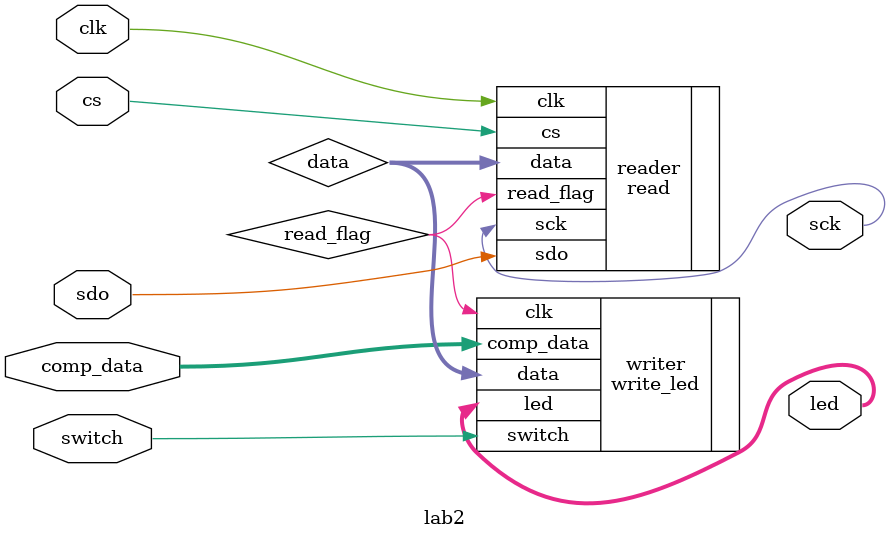
<source format=v>
`timescale 1ns / 1ps

module lab2(
    clk,
    sdo,
    switch,
	comp_data,
    sck,
    led,
    cs
    );
	
	input clk;
	input sdo;
    input switch;
	input[7:0] comp_data;
	
    output sck;
    output[15:0] led;
    inout cs;

	wire[7:0] data;
	wire read_flag;

read reader (
		.clk(clk),
		.sdo(sdo),
		.data(data),
		.cs(cs),
		.sck(sck),
		.read_flag(read_flag)
	);
	
write_led writer (
		.clk(read_flag),
		.data(data),
		.comp_data(comp_data),
		.switch(switch),
		.led(led)
	);


endmodule

</source>
